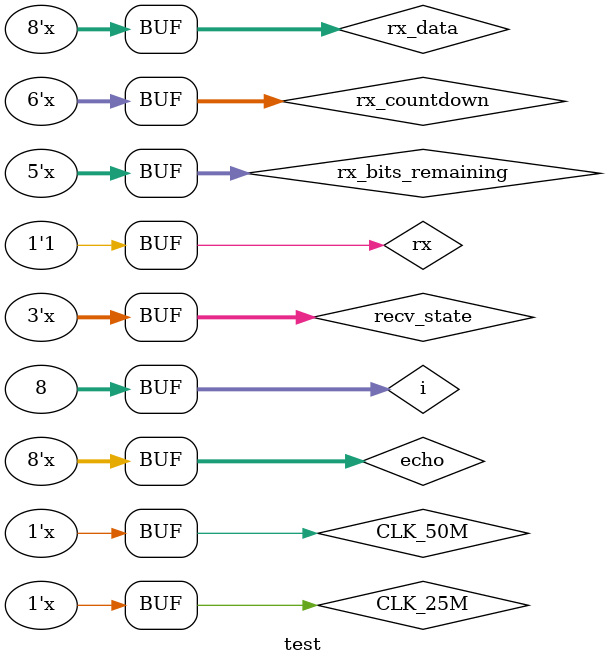
<source format=v>
`timescale 1ns / 1ps


module test;

	// Inputs
	reg CLK_50M;
	reg CLK_25M;
	reg rx;
   reg [7:0] echo;
	// Outputs
	wire tx;
   wire CLK_BUS;
	wire CLK_UART;
	wire rst;
	wire [7:0] rx_byte;
	wire [7:0] tx_byte_bus;
	wire transmit_bus;
	// Instantiate the Unit Under Test (UUT)
	vioila_test uut (
		.CLK_50M(CLK_50M), 
		.rx(rx), 
		.tx(tx),
		.CLK_BUS(CLK_BUS),
		.CLK_UART(CLK_UART),
		.rst(rst),
	   .rx_byte(rx_byte),
      .tx_byte_bus(tx_byte_bus),
      .transmit_bus(transmit_bus)	 
	);

	initial begin
		// Initialize Inputs
		CLK_50M = 0;
		rx = 1;
		CLK_25M = 0;

		// Wait 100 ns for global reset to finish
		#100;
       rx = 1;
		// Add stimulus here

	end
	
	
	always #10 CLK_50M = ~CLK_50M; 
	always #20 CLK_25M=~CLK_25M; 
	
	
	parameter BPS =  196*40,   //25M/128000~=196clk
		
	//3.select logic counter from 50 counters  141
	select_incombo = 8'b01001000,
	incombo_PC2 = 8'b0000_0011,
	incombo_PC3 = 8'b0000_0001,
	incombo_PC4 = 8'b0000_1100,
	incombo_PC5 = 8'b0000_0010;
	
	
	
	
	
	
	integer i;
	initial begin
	////////////////////3.select logic counter from 50 counters///////////////////////////////////////////	
		# (30*BPS) rx = 1'b1;
		# BPS rx = 1'b0;  //  start bit
		for(i=0; i<8; i=i+1)
		begin
		# BPS rx = select_incombo[i]; //8bit data bit
		end
		# BPS rx = 1'b1;	// 2bit stop bit 
		# (BPS*2) rx = 1'b1; 	// bus idle
		//PC2
		# (15*BPS) rx = 1'b1;
		# BPS rx = 1'b0;  //  start bit
		for(i=0; i<8; i=i+1)
		begin
		# BPS rx =  incombo_PC2[i]; //8bit data bit
		end
		# BPS rx = 1'b1;	// 2bit stop bit 
		# (BPS*2) rx = 1'b1; 	// bus idle
		//PC3
		# (15*BPS) rx = 1'b1;
		# BPS rx = 1'b0;  //  start bit
		for(i=0; i<8; i=i+1)
		begin
		# BPS rx =  incombo_PC3[i]; //8bit data bit
		end
		# BPS rx = 1'b1;	// 2bit stop bit 
		# (BPS*2) rx = 1'b1; 	// bus idle
		//PC4
		# (15*BPS) rx = 1'b1;
		# BPS rx = 1'b0;  //  start bit
		for(i=0; i<8; i=i+1)
		begin
		# BPS rx =  incombo_PC4[i]; //8bit data bit
		end
		# BPS rx = 1'b1;	// 2bit stop bit 
		# (BPS*2) rx = 1'b1; 	// bus idle
		//PC5
		# (15*BPS) rx = 1'b1;
		# BPS rx = 1'b0;  //  start bit
		for(i=0; i<8; i=i+1)
		begin
		# BPS rx =  incombo_PC5[i]; //8bit data bit
		end
		# BPS rx = 1'b1;	// 2bit stop bit 
		# (BPS*2) rx = 1'b1; 	// bus idle
      end 
		
	parameter CLOCK_DIVIDE = 49; 

   parameter RX_IDLE = 'd0;
	parameter RX_CHECK_START = 'd1;
	parameter RX_READ_BITS = 'd2;
	parameter RX_CHECK_STOP = 'd3;
	parameter RX_DELAY_RESTART = 'd4;
	parameter RX_ERROR = 'd5;
	parameter RX_RECEIVED = 'd6;
	
	reg [2:0] recv_state;
	reg [10:0] rx_clk_divider;
	reg [5:0] rx_countdown;
	reg [4:0] rx_bits_remaining;
	reg [7:0] rx_data;
	
	initial begin
		recv_state = RX_IDLE;
	end
	
   // The clk_divider counter counts down from
	// the CLOCK_DIVIDE constant. Whenever it
	// reaches 0, 1/16 of the bit period has elapsed.
   // Countdown timers for the receiving and transmitting
	// state machines are decremented.
always #40 begin 
	
	rx_clk_divider = rx_clk_divider - 1'b1;
	if (!rx_clk_divider) begin
		rx_clk_divider = CLOCK_DIVIDE;
		rx_countdown = rx_countdown - 1'b1;
	end
	
	// Receive state machine
	case (recv_state)
		RX_IDLE: begin
			// A low pulse on the receive line indicates thealways
			// start of data.
			if (!tx) begin
				// Wait half the period - should resume in the
				// middle of this first pulse.
				rx_clk_divider = CLOCK_DIVIDE;
				rx_countdown = 2;  //!wait 2 clock
				recv_state = RX_CHECK_START;
			end
		end
		RX_CHECK_START: begin
				// Check the pulse is still there
				if (!tx) begin
					// Pulse still there - good
					// Wait the bit period to resume half-way                                                                                                                                                    

					// through the first bit.
					rx_countdown = 4;
					rx_bits_remaining = 8;
					recv_state = RX_READ_BITS;
				end else begin
					// Pulse lasted less than half the period -
					// not a valid transmission.
					recv_state = RX_ERROR;
				end
		end
		RX_READ_BITS: begin
			if (!rx_countdown) begin
				// Should be half-way through a bit pulse here.
				// Read this bit in, wait for the next if we
				// have more to get.
				rx_data = {tx, rx_data[7:1]};
				rx_countdown = 4;
				rx_bits_remaining = rx_bits_remaining - 1;
				recv_state = rx_bits_remaining ? RX_READ_BITS : RX_CHECK_STOP;
			end
		end
		RX_CHECK_STOP: begin
			if (!rx_countdown) begin
				// Should resume half-way through the stop bit
				// This should be high - if not, reject the
				// transmission and signal an error.
				recv_state = tx ? RX_RECEIVED : RX_ERROR;
			end 
		end
		RX_DELAY_RESTART: begin
			// Waits a set number of cycles before accepting
			// another transmission.
			recv_state = rx_countdown ? RX_DELAY_RESTART : RX_IDLE;
		end
		RX_ERROR: begin
			// There was an error receiving.
			// Raises the recv_error flag for one clock
			// cycle while in this state and then waits
			// 2 bit periods before accepting another
			// transmission.
			rx_countdown = 8;
			recv_state = RX_DELAY_RESTART;
		end
		RX_RECEIVED: begin
			// Successfully received a byte.
			// Raises the received flag for one clock
			// cycle while in this state.
			recv_state = RX_IDLE; 
			echo = rx_data;
		end
	endcase
  end	
endmodule


</source>
